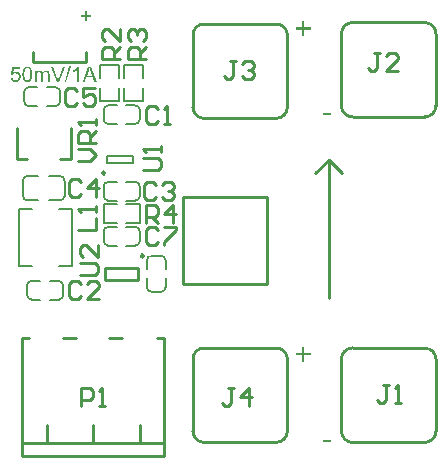
<source format=gbr>
G04 Layer_Color=65535*
%FSLAX25Y25*%
%MOIN*%
%TF.FileFunction,Legend,Top*%
%TF.Part,Single*%
G01*
G75*
%ADD21C,0.01000*%
%ADD31C,0.00984*%
%ADD32C,0.00787*%
G36*
X403107Y334416D02*
X402610D01*
X404072Y339632D01*
X404569D01*
X403107Y334416D01*
D02*
G37*
G36*
X400584Y334500D02*
X399890D01*
X397941Y339543D01*
X398665D01*
X399973Y335878D01*
Y335873D01*
X399978Y335858D01*
X399988Y335833D01*
X399998Y335804D01*
X400013Y335764D01*
X400028Y335715D01*
X400047Y335666D01*
X400067Y335607D01*
X400106Y335479D01*
X400150Y335341D01*
X400195Y335199D01*
X400239Y335051D01*
Y335056D01*
X400244Y335071D01*
X400249Y335090D01*
X400259Y335120D01*
X400274Y335159D01*
X400283Y335204D01*
X400298Y335253D01*
X400318Y335312D01*
X400357Y335435D01*
X400401Y335573D01*
X400456Y335725D01*
X400510Y335878D01*
X401877Y339543D01*
X402556D01*
X400584Y334500D01*
D02*
G37*
G36*
X390163Y339558D02*
X390202Y339553D01*
X390251Y339548D01*
X390301Y339543D01*
X390409Y339523D01*
X390527Y339494D01*
X390650Y339450D01*
X390768Y339395D01*
X390773D01*
X390783Y339386D01*
X390798Y339381D01*
X390822Y339366D01*
X390876Y339327D01*
X390950Y339277D01*
X391029Y339208D01*
X391112Y339130D01*
X391196Y339031D01*
X391275Y338923D01*
Y338918D01*
X391285Y338908D01*
X391295Y338894D01*
X391309Y338869D01*
X391324Y338839D01*
X391344Y338805D01*
X391363Y338761D01*
X391388Y338716D01*
X391413Y338662D01*
X391437Y338608D01*
X391486Y338480D01*
X391541Y338333D01*
X391585Y338175D01*
Y338170D01*
X391590Y338156D01*
X391595Y338131D01*
X391604Y338096D01*
X391614Y338052D01*
X391624Y337998D01*
X391634Y337934D01*
X391644Y337860D01*
X391654Y337782D01*
X391664Y337688D01*
X391673Y337595D01*
X391683Y337486D01*
X391693Y337373D01*
X391698Y337250D01*
X391703Y337122D01*
Y336985D01*
Y336975D01*
Y336945D01*
Y336901D01*
X391698Y336837D01*
Y336763D01*
X391693Y336675D01*
X391688Y336581D01*
X391678Y336473D01*
X391668Y336360D01*
X391659Y336247D01*
X391624Y336005D01*
X391580Y335769D01*
X391550Y335661D01*
X391516Y335553D01*
Y335548D01*
X391506Y335528D01*
X391496Y335499D01*
X391481Y335464D01*
X391462Y335415D01*
X391437Y335366D01*
X391413Y335307D01*
X391378Y335243D01*
X391304Y335110D01*
X391211Y334967D01*
X391098Y334835D01*
X391034Y334771D01*
X390970Y334712D01*
X390965Y334707D01*
X390955Y334697D01*
X390935Y334682D01*
X390906Y334667D01*
X390871Y334643D01*
X390827Y334618D01*
X390778Y334594D01*
X390724Y334564D01*
X390660Y334534D01*
X390591Y334510D01*
X390517Y334485D01*
X390434Y334461D01*
X390350Y334446D01*
X390256Y334431D01*
X390163Y334421D01*
X390060Y334416D01*
X390025D01*
X389991Y334421D01*
X389937Y334426D01*
X389878Y334431D01*
X389804Y334446D01*
X389725Y334461D01*
X389641Y334480D01*
X389553Y334510D01*
X389459Y334544D01*
X389361Y334584D01*
X389267Y334633D01*
X389174Y334692D01*
X389081Y334761D01*
X388992Y334844D01*
X388913Y334933D01*
X388908Y334943D01*
X388894Y334963D01*
X388869Y335002D01*
X388835Y335056D01*
X388800Y335125D01*
X388756Y335209D01*
X388712Y335312D01*
X388667Y335430D01*
X388618Y335563D01*
X388574Y335715D01*
X388529Y335882D01*
X388495Y336065D01*
X388461Y336271D01*
X388436Y336488D01*
X388421Y336729D01*
X388416Y336985D01*
Y336989D01*
Y336994D01*
Y337024D01*
Y337073D01*
X388421Y337132D01*
Y337211D01*
X388426Y337295D01*
X388431Y337393D01*
X388441Y337501D01*
X388451Y337614D01*
X388461Y337732D01*
X388495Y337969D01*
X388539Y338210D01*
X388569Y338318D01*
X388598Y338426D01*
Y338431D01*
X388608Y338451D01*
X388618Y338480D01*
X388633Y338515D01*
X388652Y338564D01*
X388677Y338613D01*
X388702Y338672D01*
X388736Y338736D01*
X388810Y338874D01*
X388903Y339012D01*
X389017Y339144D01*
X389081Y339208D01*
X389144Y339267D01*
X389149Y339272D01*
X389159Y339282D01*
X389184Y339297D01*
X389208Y339312D01*
X389248Y339336D01*
X389287Y339361D01*
X389341Y339386D01*
X389395Y339415D01*
X389459Y339445D01*
X389528Y339469D01*
X389602Y339494D01*
X389686Y339518D01*
X389769Y339533D01*
X389863Y339548D01*
X389956Y339558D01*
X390060Y339563D01*
X390128D01*
X390163Y339558D01*
D02*
G37*
G36*
X407191Y334500D02*
X406571D01*
Y338441D01*
X406566D01*
X406561Y338431D01*
X406546Y338421D01*
X406532Y338406D01*
X406483Y338362D01*
X406414Y338308D01*
X406330Y338244D01*
X406227Y338170D01*
X406109Y338092D01*
X405981Y338013D01*
X405976D01*
X405966Y338003D01*
X405946Y337993D01*
X405922Y337978D01*
X405887Y337959D01*
X405853Y337939D01*
X405764Y337895D01*
X405666Y337846D01*
X405558Y337791D01*
X405444Y337742D01*
X405336Y337698D01*
Y338293D01*
X405341Y338298D01*
X405361Y338303D01*
X405385Y338318D01*
X405425Y338338D01*
X405469Y338362D01*
X405518Y338392D01*
X405577Y338421D01*
X405641Y338461D01*
X405784Y338544D01*
X405936Y338648D01*
X406089Y338761D01*
X406242Y338884D01*
X406246Y338889D01*
X406256Y338898D01*
X406281Y338918D01*
X406305Y338943D01*
X406335Y338977D01*
X406374Y339012D01*
X406414Y339056D01*
X406458Y339100D01*
X406546Y339204D01*
X406635Y339317D01*
X406719Y339440D01*
X406758Y339499D01*
X406788Y339563D01*
X407191D01*
Y334500D01*
D02*
G37*
G36*
X413193D02*
X412436D01*
X411850Y336025D01*
X409735D01*
X409184Y334500D01*
X408480D01*
X410409Y339543D01*
X411132D01*
X413193Y334500D01*
D02*
G37*
G36*
X387609Y338889D02*
X385587D01*
X385317Y337526D01*
X385322Y337531D01*
X385336Y337541D01*
X385361Y337555D01*
X385395Y337575D01*
X385435Y337600D01*
X385489Y337629D01*
X385543Y337654D01*
X385607Y337688D01*
X385676Y337718D01*
X385750Y337742D01*
X385912Y337796D01*
X385996Y337816D01*
X386084Y337831D01*
X386178Y337841D01*
X386271Y337846D01*
X386301D01*
X386335Y337841D01*
X386384D01*
X386438Y337831D01*
X386507Y337821D01*
X386581Y337806D01*
X386660Y337787D01*
X386743Y337762D01*
X386837Y337732D01*
X386930Y337698D01*
X387024Y337654D01*
X387117Y337600D01*
X387211Y337541D01*
X387299Y337467D01*
X387388Y337388D01*
X387393Y337383D01*
X387408Y337368D01*
X387432Y337339D01*
X387462Y337304D01*
X387496Y337260D01*
X387531Y337206D01*
X387575Y337142D01*
X387619Y337068D01*
X387659Y336989D01*
X387703Y336901D01*
X387737Y336803D01*
X387777Y336699D01*
X387801Y336586D01*
X387826Y336468D01*
X387841Y336340D01*
X387846Y336207D01*
Y336197D01*
Y336178D01*
X387841Y336143D01*
Y336094D01*
X387836Y336035D01*
X387826Y335966D01*
X387811Y335887D01*
X387796Y335804D01*
X387772Y335715D01*
X387747Y335617D01*
X387713Y335518D01*
X387673Y335420D01*
X387629Y335322D01*
X387575Y335218D01*
X387511Y335120D01*
X387442Y335026D01*
X387437Y335021D01*
X387418Y335002D01*
X387393Y334972D01*
X387354Y334933D01*
X387304Y334884D01*
X387245Y334835D01*
X387176Y334780D01*
X387098Y334721D01*
X387004Y334662D01*
X386906Y334608D01*
X386798Y334559D01*
X386680Y334510D01*
X386552Y334471D01*
X386419Y334441D01*
X386271Y334421D01*
X386119Y334416D01*
X386089D01*
X386055Y334421D01*
X386005D01*
X385946Y334426D01*
X385878Y334436D01*
X385804Y334451D01*
X385720Y334466D01*
X385632Y334485D01*
X385543Y334510D01*
X385450Y334539D01*
X385351Y334579D01*
X385258Y334623D01*
X385164Y334672D01*
X385076Y334731D01*
X384992Y334800D01*
X384987Y334805D01*
X384972Y334820D01*
X384953Y334840D01*
X384923Y334869D01*
X384889Y334908D01*
X384854Y334958D01*
X384810Y335012D01*
X384771Y335071D01*
X384726Y335140D01*
X384682Y335218D01*
X384643Y335302D01*
X384603Y335395D01*
X384569Y335494D01*
X384539Y335597D01*
X384515Y335705D01*
X384500Y335823D01*
X385149Y335878D01*
Y335873D01*
X385154Y335858D01*
X385159Y335833D01*
X385164Y335799D01*
X385174Y335759D01*
X385184Y335715D01*
X385218Y335607D01*
X385263Y335494D01*
X385317Y335376D01*
X385390Y335258D01*
X385435Y335209D01*
X385479Y335159D01*
X385484Y335154D01*
X385494Y335149D01*
X385509Y335140D01*
X385528Y335125D01*
X385553Y335105D01*
X385582Y335086D01*
X385661Y335041D01*
X385755Y334997D01*
X385863Y334963D01*
X385986Y334933D01*
X386050Y334928D01*
X386119Y334923D01*
X386163D01*
X386192Y334928D01*
X386232Y334933D01*
X386276Y334943D01*
X386325Y334953D01*
X386379Y334967D01*
X386502Y335007D01*
X386561Y335031D01*
X386625Y335066D01*
X386689Y335105D01*
X386753Y335149D01*
X386817Y335199D01*
X386876Y335258D01*
X386881Y335263D01*
X386891Y335272D01*
X386906Y335292D01*
X386926Y335322D01*
X386950Y335351D01*
X386975Y335395D01*
X387004Y335445D01*
X387034Y335499D01*
X387058Y335558D01*
X387088Y335627D01*
X387112Y335700D01*
X387137Y335779D01*
X387157Y335863D01*
X387172Y335956D01*
X387181Y336050D01*
X387186Y336153D01*
Y336158D01*
Y336178D01*
Y336202D01*
X387181Y336242D01*
X387176Y336286D01*
X387172Y336335D01*
X387162Y336394D01*
X387147Y336458D01*
X387112Y336591D01*
X387088Y336660D01*
X387058Y336729D01*
X387024Y336798D01*
X386985Y336866D01*
X386940Y336930D01*
X386886Y336989D01*
X386881Y336994D01*
X386871Y337004D01*
X386857Y337019D01*
X386832Y337039D01*
X386803Y337063D01*
X386768Y337088D01*
X386724Y337117D01*
X386680Y337147D01*
X386625Y337172D01*
X386566Y337201D01*
X386502Y337226D01*
X386434Y337250D01*
X386355Y337270D01*
X386276Y337285D01*
X386192Y337295D01*
X386104Y337299D01*
X386055D01*
X386025Y337295D01*
X385996D01*
X385922Y337285D01*
X385838Y337265D01*
X385750Y337240D01*
X385656Y337206D01*
X385563Y337162D01*
X385558D01*
X385553Y337157D01*
X385523Y337137D01*
X385479Y337108D01*
X385430Y337068D01*
X385366Y337014D01*
X385307Y336955D01*
X385243Y336886D01*
X385189Y336812D01*
X384608Y336886D01*
X385095Y339479D01*
X387609D01*
Y338889D01*
D02*
G37*
G36*
X491356Y323273D02*
X488500D01*
Y324210D01*
X491356D01*
Y323273D01*
D02*
G37*
G36*
Y214273D02*
X488500D01*
Y215210D01*
X491356D01*
Y214273D01*
D02*
G37*
G36*
X482437Y244162D02*
X484496D01*
Y243299D01*
X482437D01*
Y241225D01*
X481559D01*
Y243299D01*
X479500D01*
Y244162D01*
X481559D01*
Y246221D01*
X482437D01*
Y244162D01*
D02*
G37*
G36*
X396416Y338234D02*
X396465Y338229D01*
X396515Y338224D01*
X396574Y338215D01*
X396638Y338200D01*
X396771Y338165D01*
X396839Y338141D01*
X396913Y338111D01*
X396977Y338077D01*
X397046Y338033D01*
X397105Y337988D01*
X397164Y337934D01*
X397169Y337929D01*
X397179Y337919D01*
X397194Y337905D01*
X397208Y337880D01*
X397233Y337846D01*
X397258Y337806D01*
X397282Y337762D01*
X397312Y337708D01*
X397341Y337644D01*
X397366Y337575D01*
X397390Y337501D01*
X397415Y337418D01*
X397430Y337329D01*
X397445Y337231D01*
X397454Y337122D01*
X397459Y337009D01*
Y334500D01*
X396839D01*
Y336803D01*
Y336807D01*
Y336817D01*
Y336837D01*
Y336862D01*
Y336891D01*
X396834Y336930D01*
X396830Y337009D01*
X396825Y337093D01*
X396815Y337181D01*
X396795Y337265D01*
X396775Y337334D01*
X396771Y337344D01*
X396766Y337363D01*
X396751Y337393D01*
X396726Y337432D01*
X396697Y337472D01*
X396657Y337516D01*
X396613Y337560D01*
X396559Y337600D01*
X396554Y337604D01*
X396529Y337614D01*
X396500Y337634D01*
X396456Y337654D01*
X396402Y337668D01*
X396338Y337688D01*
X396269Y337698D01*
X396190Y337703D01*
X396151D01*
X396126Y337698D01*
X396092Y337693D01*
X396052Y337688D01*
X395964Y337668D01*
X395860Y337639D01*
X395752Y337595D01*
X395698Y337565D01*
X395649Y337531D01*
X395595Y337486D01*
X395545Y337442D01*
X395540Y337437D01*
X395536Y337432D01*
X395521Y337413D01*
X395506Y337393D01*
X395486Y337363D01*
X395467Y337334D01*
X395442Y337290D01*
X395422Y337245D01*
X395398Y337191D01*
X395373Y337127D01*
X395354Y337063D01*
X395334Y336989D01*
X395319Y336906D01*
X395304Y336817D01*
X395299Y336724D01*
X395294Y336620D01*
Y334500D01*
X394675D01*
Y336876D01*
Y336881D01*
Y336896D01*
Y336916D01*
Y336945D01*
X394670Y336980D01*
X394665Y337019D01*
X394655Y337108D01*
X394635Y337211D01*
X394611Y337314D01*
X394571Y337413D01*
X394522Y337496D01*
X394517Y337506D01*
X394493Y337531D01*
X394458Y337560D01*
X394404Y337600D01*
X394335Y337639D01*
X394251Y337668D01*
X394148Y337693D01*
X394030Y337703D01*
X393986D01*
X393937Y337698D01*
X393873Y337688D01*
X393799Y337668D01*
X393715Y337644D01*
X393627Y337609D01*
X393543Y337565D01*
X393533Y337560D01*
X393509Y337541D01*
X393469Y337506D01*
X393420Y337462D01*
X393366Y337408D01*
X393317Y337339D01*
X393267Y337255D01*
X393223Y337162D01*
Y337157D01*
X393218Y337152D01*
X393213Y337132D01*
X393208Y337112D01*
X393199Y337083D01*
X393194Y337053D01*
X393184Y337014D01*
X393174Y336965D01*
X393164Y336916D01*
X393154Y336857D01*
X393149Y336793D01*
X393140Y336724D01*
X393135Y336650D01*
X393130Y336571D01*
X393125Y336488D01*
Y336394D01*
Y334500D01*
X392505D01*
Y338156D01*
X393061D01*
Y337649D01*
X393071Y337654D01*
X393080Y337668D01*
X393090Y337688D01*
X393130Y337737D01*
X393184Y337796D01*
X393248Y337865D01*
X393326Y337939D01*
X393415Y338008D01*
X393518Y338072D01*
X393523D01*
X393533Y338077D01*
X393548Y338087D01*
X393568Y338096D01*
X393597Y338111D01*
X393627Y338126D01*
X393705Y338156D01*
X393804Y338185D01*
X393912Y338215D01*
X394035Y338234D01*
X394168Y338239D01*
X394207D01*
X394237Y338234D01*
X394271D01*
X394310Y338229D01*
X394404Y338219D01*
X394507Y338195D01*
X394620Y338165D01*
X394729Y338126D01*
X394832Y338067D01*
X394837D01*
X394842Y338057D01*
X394876Y338037D01*
X394921Y337998D01*
X394975Y337944D01*
X395034Y337880D01*
X395098Y337801D01*
X395152Y337708D01*
X395196Y337600D01*
X395201Y337604D01*
X395216Y337629D01*
X395240Y337659D01*
X395275Y337698D01*
X395319Y337747D01*
X395373Y337801D01*
X395432Y337860D01*
X395501Y337919D01*
X395580Y337978D01*
X395663Y338037D01*
X395757Y338092D01*
X395860Y338141D01*
X395964Y338180D01*
X396082Y338210D01*
X396200Y338234D01*
X396328Y338239D01*
X396382D01*
X396416Y338234D01*
D02*
G37*
G36*
X409958Y356775D02*
X411331D01*
Y356199D01*
X409958D01*
Y354817D01*
X409373D01*
Y356199D01*
X408000D01*
Y356775D01*
X409373D01*
Y358148D01*
X409958D01*
Y356775D01*
D02*
G37*
G36*
X482437Y352662D02*
X484496D01*
Y351799D01*
X482437D01*
Y349725D01*
X481559D01*
Y351799D01*
X479500D01*
Y352662D01*
X481559D01*
Y354721D01*
X482437D01*
Y352662D01*
D02*
G37*
%LPC*%
G36*
X410753Y339012D02*
Y339007D01*
X410748Y338992D01*
X410743Y338962D01*
X410733Y338928D01*
X410724Y338884D01*
X410714Y338835D01*
X410699Y338775D01*
X410684Y338712D01*
X410665Y338638D01*
X410645Y338564D01*
X410596Y338402D01*
X410542Y338229D01*
X410483Y338047D01*
X409922Y336566D01*
X411644D01*
X411112Y337964D01*
X411107Y337973D01*
X411102Y337993D01*
X411088Y338028D01*
X411073Y338072D01*
X411053Y338126D01*
X411029Y338190D01*
X411004Y338259D01*
X410979Y338333D01*
X410920Y338500D01*
X410861Y338677D01*
X410802Y338849D01*
X410778Y338933D01*
X410753Y339012D01*
D02*
G37*
G36*
X390050Y339051D02*
X390010D01*
X389981Y339046D01*
X389942Y339041D01*
X389902Y339031D01*
X389804Y339007D01*
X389750Y338987D01*
X389696Y338962D01*
X389636Y338933D01*
X389582Y338898D01*
X389523Y338854D01*
X389469Y338805D01*
X389415Y338751D01*
X389366Y338687D01*
X389361Y338682D01*
X389351Y338667D01*
X389336Y338638D01*
X389317Y338593D01*
X389292Y338544D01*
X389267Y338475D01*
X389238Y338397D01*
X389208Y338303D01*
X389179Y338190D01*
X389149Y338067D01*
X389125Y337929D01*
X389100Y337772D01*
X389081Y337604D01*
X389066Y337413D01*
X389056Y337206D01*
X389051Y336985D01*
Y336980D01*
Y336970D01*
Y336955D01*
Y336930D01*
Y336901D01*
Y336866D01*
X389056Y336827D01*
Y336783D01*
X389061Y336684D01*
X389066Y336571D01*
X389076Y336443D01*
X389085Y336311D01*
X389120Y336035D01*
X389144Y335897D01*
X389174Y335764D01*
X389208Y335636D01*
X389248Y335518D01*
X389292Y335415D01*
X389341Y335332D01*
X389346Y335327D01*
X389356Y335312D01*
X389371Y335292D01*
X389395Y335267D01*
X389420Y335238D01*
X389454Y335204D01*
X389494Y335164D01*
X389538Y335130D01*
X389592Y335090D01*
X389646Y335051D01*
X389769Y334987D01*
X389833Y334963D01*
X389907Y334943D01*
X389981Y334928D01*
X390060Y334923D01*
X390079D01*
X390099Y334928D01*
X390128D01*
X390168Y334938D01*
X390207Y334943D01*
X390256Y334958D01*
X390306Y334972D01*
X390365Y334997D01*
X390419Y335021D01*
X390478Y335056D01*
X390537Y335095D01*
X390601Y335144D01*
X390660Y335199D01*
X390719Y335258D01*
X390773Y335332D01*
X390778Y335336D01*
X390788Y335351D01*
X390803Y335376D01*
X390817Y335415D01*
X390842Y335464D01*
X390866Y335528D01*
X390891Y335602D01*
X390921Y335696D01*
X390950Y335799D01*
X390975Y335917D01*
X390999Y336050D01*
X391024Y336202D01*
X391039Y336370D01*
X391053Y336557D01*
X391063Y336763D01*
X391068Y336985D01*
Y336989D01*
Y336999D01*
Y337014D01*
Y337039D01*
Y337068D01*
Y337103D01*
X391063Y337142D01*
Y337186D01*
X391058Y337285D01*
X391053Y337398D01*
X391044Y337526D01*
X391034Y337659D01*
X390999Y337934D01*
X390975Y338072D01*
X390945Y338210D01*
X390911Y338333D01*
X390876Y338451D01*
X390827Y338554D01*
X390778Y338638D01*
X390773Y338643D01*
X390763Y338657D01*
X390748Y338677D01*
X390724Y338702D01*
X390699Y338736D01*
X390665Y338771D01*
X390625Y338805D01*
X390576Y338844D01*
X390527Y338884D01*
X390473Y338918D01*
X390350Y338987D01*
X390281Y339012D01*
X390207Y339031D01*
X390128Y339046D01*
X390050Y339051D01*
D02*
G37*
%LPD*%
D21*
X498500Y354248D02*
G03*
X494752Y350500I0J-3748D01*
G01*
Y326500D02*
G03*
X498500Y322752I3748J0D01*
G01*
X522500D02*
G03*
X526248Y326500I0J3748D01*
G01*
Y350500D02*
G03*
X522500Y354248I-3748J0D01*
G01*
X449000Y353748D02*
G03*
X445252Y350000I0J-3748D01*
G01*
Y326000D02*
G03*
X449000Y322252I3748J0D01*
G01*
X473000D02*
G03*
X476748Y326000I0J3748D01*
G01*
Y350000D02*
G03*
X473000Y353748I-3748J0D01*
G01*
X449000Y245748D02*
G03*
X445252Y242000I0J-3748D01*
G01*
Y218000D02*
G03*
X449000Y214252I3748J0D01*
G01*
X473000D02*
G03*
X476748Y218000I0J3748D01*
G01*
Y242000D02*
G03*
X473000Y245748I-3748J0D01*
G01*
X498500D02*
G03*
X494752Y242000I0J-3748D01*
G01*
Y218000D02*
G03*
X498500Y214252I3748J0D01*
G01*
X522500D02*
G03*
X526248Y218000I0J3748D01*
G01*
Y242000D02*
G03*
X522500Y245748I-3748J0D01*
G01*
X415988Y268531D02*
X427012D01*
X415988Y272468D02*
X427012D01*
X415988Y268531D02*
Y272468D01*
X427012Y268531D02*
Y272468D01*
X490500Y308500D02*
X495000Y304000D01*
X486000D02*
X490500Y308500D01*
Y262500D02*
Y308500D01*
X470000Y267000D02*
Y295000D01*
X442000Y267000D02*
X470000D01*
X442000D02*
Y296000D01*
X470000D01*
Y295000D02*
Y296000D01*
X409500Y341000D02*
Y344500D01*
X392000Y341000D02*
X409500D01*
X392000D02*
Y344500D01*
X526248Y326500D02*
Y350500D01*
X494752Y326500D02*
Y350500D01*
X498500Y354248D02*
X522500D01*
X498500Y322752D02*
X522500D01*
X476748Y326000D02*
Y350000D01*
X445252Y326000D02*
Y350000D01*
X449000Y353748D02*
X473000D01*
X449000Y322252D02*
X473000D01*
X386445Y308795D02*
X389988D01*
X386445D02*
Y319032D01*
X401012Y308795D02*
X404555D01*
Y319032D01*
X412000Y214000D02*
Y220000D01*
X396500Y214000D02*
Y220000D01*
X427500Y214000D02*
Y220000D01*
X388232Y214000D02*
X435476D01*
X417366Y249000D02*
X421697D01*
X435476Y209650D02*
Y249000D01*
X388232Y209630D02*
Y249000D01*
Y209630D02*
X435457D01*
X435476Y209650D01*
X433114Y249000D02*
X435476D01*
X402012D02*
X406343D01*
X388232D02*
X390595D01*
X476748Y218000D02*
Y242000D01*
X445252Y218000D02*
Y242000D01*
X449000Y245748D02*
X473000D01*
X449000Y214252D02*
X473000D01*
X526248Y218000D02*
Y242000D01*
X494752Y218000D02*
Y242000D01*
X498500Y245748D02*
X522500D01*
X498500Y214252D02*
X522500D01*
X407502Y270000D02*
X412500D01*
X413500Y271000D01*
Y272999D01*
X412500Y273999D01*
X407502D01*
X413500Y279997D02*
Y275998D01*
X409501Y279997D01*
X408502D01*
X407502Y278997D01*
Y276998D01*
X408502Y275998D01*
X429500Y287500D02*
Y293498D01*
X432499D01*
X433499Y292498D01*
Y290499D01*
X432499Y289499D01*
X429500D01*
X431499D02*
X433499Y287500D01*
X438497D02*
Y293498D01*
X435498Y290499D01*
X439497D01*
X433499Y284998D02*
X432499Y285998D01*
X430500D01*
X429500Y284998D01*
Y281000D01*
X430500Y280000D01*
X432499D01*
X433499Y281000D01*
X435498Y285998D02*
X439497D01*
Y284998D01*
X435498Y281000D01*
Y280000D01*
X507499Y343998D02*
X505499D01*
X506499D01*
Y339000D01*
X505499Y338000D01*
X504500D01*
X503500Y339000D01*
X513497Y338000D02*
X509498D01*
X513497Y341999D01*
Y342998D01*
X512497Y343998D01*
X510498D01*
X509498Y342998D01*
X459499Y341498D02*
X457499D01*
X458499D01*
Y336500D01*
X457499Y335500D01*
X456500D01*
X455500Y336500D01*
X461498Y340498D02*
X462498Y341498D01*
X464497D01*
X465497Y340498D01*
Y339499D01*
X464497Y338499D01*
X463497D01*
X464497D01*
X465497Y337499D01*
Y336500D01*
X464497Y335500D01*
X462498D01*
X461498Y336500D01*
X432999Y299998D02*
X431999Y300998D01*
X430000D01*
X429000Y299998D01*
Y296000D01*
X430000Y295000D01*
X431999D01*
X432999Y296000D01*
X434998Y299998D02*
X435998Y300998D01*
X437997D01*
X438997Y299998D01*
Y298999D01*
X437997Y297999D01*
X436997D01*
X437997D01*
X438997Y296999D01*
Y296000D01*
X437997Y295000D01*
X435998D01*
X434998Y296000D01*
X406499Y331498D02*
X405499Y332498D01*
X403500D01*
X402500Y331498D01*
Y327500D01*
X403500Y326500D01*
X405499D01*
X406499Y327500D01*
X412497Y332498D02*
X408498D01*
Y329499D01*
X410497Y330499D01*
X411497D01*
X412497Y329499D01*
Y327500D01*
X411497Y326500D01*
X409498D01*
X408498Y327500D01*
X407002Y308000D02*
X411001D01*
X413000Y309999D01*
X411001Y311999D01*
X407002D01*
X413000Y313998D02*
X407002D01*
Y316997D01*
X408002Y317997D01*
X410001D01*
X411001Y316997D01*
Y313998D01*
Y315997D02*
X413000Y317997D01*
Y319996D02*
Y321995D01*
Y320996D01*
X407002D01*
X408002Y319996D01*
X407999Y300998D02*
X406999Y301998D01*
X405000D01*
X404000Y300998D01*
Y297000D01*
X405000Y296000D01*
X406999D01*
X407999Y297000D01*
X412997Y296000D02*
Y301998D01*
X409998Y298999D01*
X413997D01*
X407002Y285000D02*
X413000D01*
Y288999D01*
Y290998D02*
Y292997D01*
Y291998D01*
X407002D01*
X408002Y290998D01*
X407999Y266998D02*
X406999Y267998D01*
X405000D01*
X404000Y266998D01*
Y263000D01*
X405000Y262000D01*
X406999D01*
X407999Y263000D01*
X413997Y262000D02*
X409998D01*
X413997Y265999D01*
Y266998D01*
X412997Y267998D01*
X410998D01*
X409998Y266998D01*
X408000Y226500D02*
Y232498D01*
X410999D01*
X411999Y231498D01*
Y229499D01*
X410999Y228499D01*
X408000D01*
X413998Y226500D02*
X415997D01*
X414998D01*
Y232498D01*
X413998Y231498D01*
X433499Y325498D02*
X432499Y326498D01*
X430500D01*
X429500Y325498D01*
Y321500D01*
X430500Y320500D01*
X432499D01*
X433499Y321500D01*
X435498Y320500D02*
X437497D01*
X436498D01*
Y326498D01*
X435498Y325498D01*
X429500Y342000D02*
X423502D01*
Y344999D01*
X424502Y345999D01*
X426501D01*
X427501Y344999D01*
Y342000D01*
Y343999D02*
X429500Y345999D01*
X424502Y347998D02*
X423502Y348998D01*
Y350997D01*
X424502Y351997D01*
X425501D01*
X426501Y350997D01*
Y349997D01*
Y350997D01*
X427501Y351997D01*
X428500D01*
X429500Y350997D01*
Y348998D01*
X428500Y347998D01*
X421000Y342000D02*
X415002D01*
Y344999D01*
X416002Y345999D01*
X418001D01*
X419001Y344999D01*
Y342000D01*
Y343999D02*
X421000Y345999D01*
Y351997D02*
Y347998D01*
X417001Y351997D01*
X416002D01*
X415002Y350997D01*
Y348998D01*
X416002Y347998D01*
X428502Y305000D02*
X433500D01*
X434500Y306000D01*
Y307999D01*
X433500Y308999D01*
X428502D01*
X434500Y310998D02*
Y312997D01*
Y311998D01*
X428502D01*
X429502Y310998D01*
X458999Y232498D02*
X456999D01*
X457999D01*
Y227500D01*
X456999Y226500D01*
X456000D01*
X455000Y227500D01*
X463997Y226500D02*
Y232498D01*
X460998Y229499D01*
X464997D01*
X510499Y233498D02*
X508499D01*
X509499D01*
Y228500D01*
X508499Y227500D01*
X507500D01*
X506500Y228500D01*
X512498Y227500D02*
X514497D01*
X513498D01*
Y233498D01*
X512498Y232498D01*
D31*
X428882Y276406D02*
G03*
X428882Y276406I-492J0D01*
G01*
X415980Y304071D02*
G03*
X415980Y304071I-492J0D01*
G01*
D32*
X431465Y276543D02*
G03*
X429890Y274969I0J-1575D01*
G01*
X436110Y274969D02*
G03*
X434535Y276543I-1575J-0D01*
G01*
X434535Y264457D02*
G03*
X436110Y266032I0J1575D01*
G01*
X429890D02*
G03*
X431465Y264457I1575J0D01*
G01*
X427543Y284535D02*
G03*
X425969Y286110I-1575J0D01*
G01*
X425969Y279890D02*
G03*
X427543Y281465I-0J1575D01*
G01*
X415457Y281465D02*
G03*
X417031Y279890I1575J-0D01*
G01*
Y286110D02*
G03*
X415457Y284535I0J-1575D01*
G01*
X427543Y299535D02*
G03*
X425969Y301110I-1575J0D01*
G01*
X425969Y294890D02*
G03*
X427543Y296465I-0J1575D01*
G01*
X415457Y296465D02*
G03*
X417031Y294890I1575J-0D01*
G01*
Y301110D02*
G03*
X415457Y299535I0J-1575D01*
G01*
X388957Y327965D02*
G03*
X390531Y326390I1575J0D01*
G01*
X390531Y332610D02*
G03*
X388957Y331035I0J-1575D01*
G01*
X401043Y331035D02*
G03*
X399468Y332610I-1575J0D01*
G01*
Y326390D02*
G03*
X401043Y327965I-0J1575D01*
G01*
X402468Y301500D02*
G03*
X400894Y303075I-1575J0D01*
G01*
X400894Y294925D02*
G03*
X402468Y296500I0J1575D01*
G01*
X388531Y296500D02*
G03*
X390106Y294925I1575J0D01*
G01*
X390106Y303075D02*
G03*
X388531Y301500I0J-1575D01*
G01*
X389957Y263465D02*
G03*
X391531Y261890I1575J0D01*
G01*
X391531Y268110D02*
G03*
X389957Y266535I0J-1575D01*
G01*
X402043Y266535D02*
G03*
X400468Y268110I-1575J0D01*
G01*
Y261890D02*
G03*
X402043Y263465I-0J1575D01*
G01*
X427543Y325035D02*
G03*
X425969Y326610I-1575J0D01*
G01*
X425969Y320390D02*
G03*
X427543Y321965I-0J1575D01*
G01*
X415457Y321965D02*
G03*
X417031Y320390I1575J0D01*
G01*
Y326610D02*
G03*
X415457Y325035I0J-1575D01*
G01*
X429890Y266032D02*
Y268925D01*
X431465Y276543D02*
X434535D01*
X431465Y264457D02*
X434535D01*
X429890Y272075D02*
Y274969D01*
X436110Y272075D02*
Y274969D01*
X436110Y266032D02*
Y268925D01*
X415457Y293610D02*
X419925D01*
X427543Y287390D02*
Y293610D01*
X415457Y287390D02*
Y293610D01*
X423075D02*
X427543D01*
X415457Y287390D02*
X419925D01*
X423075D02*
X427543D01*
X417031Y286110D02*
X419925D01*
X427543Y281465D02*
Y284535D01*
X415457Y281465D02*
Y284535D01*
X423075Y286110D02*
X425969D01*
X423075Y279890D02*
X425969D01*
X417031Y279890D02*
X419925D01*
X417031Y301110D02*
X419925D01*
X427543Y296465D02*
Y299535D01*
X415457Y296465D02*
Y299535D01*
X423075Y301110D02*
X425969D01*
X423075Y294890D02*
X425969D01*
X417031Y294890D02*
X419925D01*
X396575Y326390D02*
X399468D01*
X388957Y327965D02*
Y331035D01*
X401043Y327965D02*
Y331035D01*
X390531Y326390D02*
X393425D01*
X390531Y332610D02*
X393425D01*
X396575Y332610D02*
X399468D01*
X390106Y303075D02*
X393728D01*
X397272D02*
X400894D01*
X397272Y294925D02*
X400894D01*
X402468Y296500D02*
Y301500D01*
X390106Y294925D02*
X393728D01*
X388531Y296500D02*
Y301500D01*
X400528Y291949D02*
X404858D01*
X400528Y273051D02*
X404858D01*
X387142Y291949D02*
X391472D01*
X387142Y273051D02*
X391472D01*
X404858D02*
Y291949D01*
X387142Y273051D02*
Y291949D01*
X397575Y261890D02*
X400468D01*
X389957Y263465D02*
Y266535D01*
X402043Y263465D02*
Y266535D01*
X391531Y261890D02*
X394425D01*
X391531Y268110D02*
X394425D01*
X397575Y268110D02*
X400468D01*
X417031Y326610D02*
X419925D01*
X427543Y321965D02*
Y325035D01*
X415457Y321965D02*
Y325035D01*
X423075Y326610D02*
X425969D01*
X423075Y320390D02*
X425969D01*
X417031Y320390D02*
X419925D01*
X422390Y327957D02*
Y332425D01*
Y340043D02*
X428610D01*
X422390Y327957D02*
X428610D01*
X422390Y335575D02*
Y340043D01*
X428610Y327957D02*
Y332425D01*
Y335575D02*
Y340043D01*
X414390Y327957D02*
Y332425D01*
Y340043D02*
X420610D01*
X414390Y327957D02*
X420610D01*
X414390Y335575D02*
Y340043D01*
X420610Y327957D02*
Y332425D01*
Y335575D02*
Y340043D01*
X416669Y307319D02*
Y309681D01*
X425331Y307319D02*
Y309681D01*
X416669Y307319D02*
X425331D01*
X416669Y309681D02*
X425331D01*
%TF.MD5,7FE1030936E32819AD38D07DEAF6C439*%
M02*

</source>
